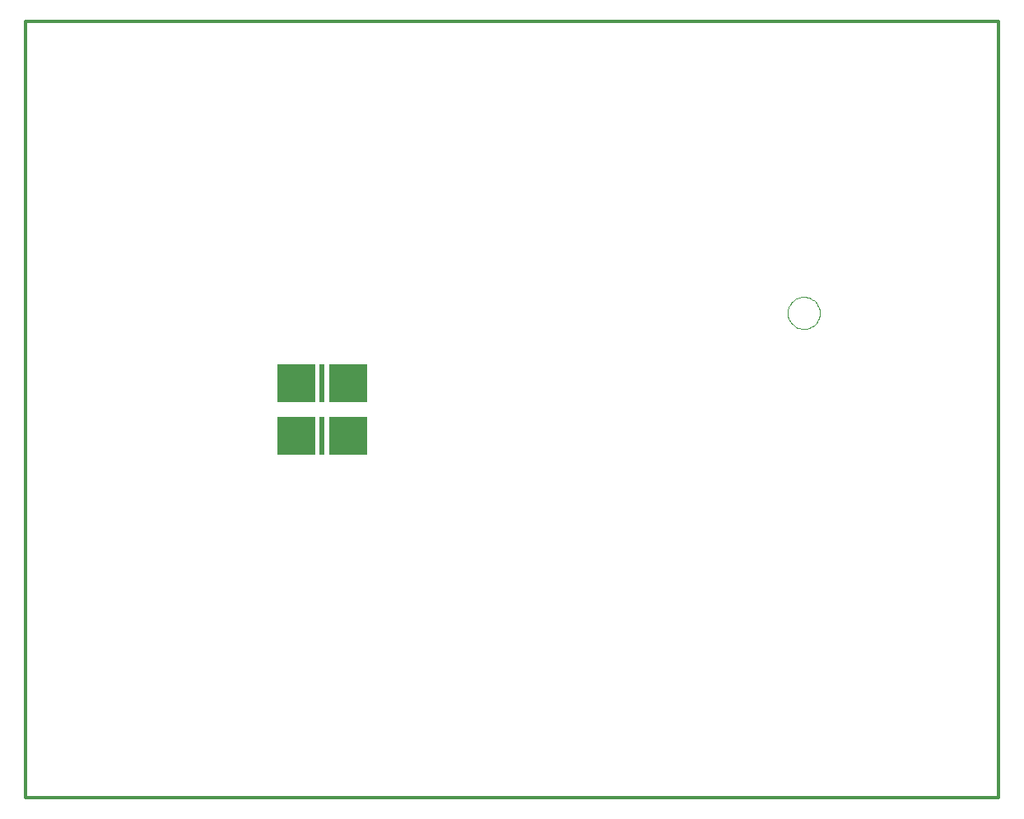
<source format=gbp>
G75*
%MOIN*%
%OFA0B0*%
%FSLAX24Y24*%
%IPPOS*%
%LPD*%
%AMOC8*
5,1,8,0,0,1.08239X$1,22.5*
%
%ADD10C,0.0120*%
%ADD11R,0.1575X0.1575*%
%ADD12R,0.0236X0.1575*%
%ADD13C,0.0000*%
D10*
X013160Y000220D02*
X013160Y031716D01*
X052530Y031716D01*
X052530Y000220D01*
X013160Y000220D01*
D11*
X024117Y014905D03*
X026204Y014905D03*
X026204Y017031D03*
X024117Y017031D03*
D12*
X025160Y017031D03*
X025160Y014905D03*
D13*
X044010Y019883D02*
X044012Y019933D01*
X044018Y019983D01*
X044028Y020033D01*
X044041Y020081D01*
X044058Y020129D01*
X044079Y020175D01*
X044103Y020219D01*
X044131Y020261D01*
X044162Y020301D01*
X044196Y020338D01*
X044233Y020373D01*
X044272Y020404D01*
X044313Y020433D01*
X044357Y020458D01*
X044403Y020480D01*
X044450Y020498D01*
X044498Y020512D01*
X044547Y020523D01*
X044597Y020530D01*
X044647Y020533D01*
X044698Y020532D01*
X044748Y020527D01*
X044798Y020518D01*
X044846Y020506D01*
X044894Y020489D01*
X044940Y020469D01*
X044985Y020446D01*
X045028Y020419D01*
X045068Y020389D01*
X045106Y020356D01*
X045141Y020320D01*
X045174Y020281D01*
X045203Y020240D01*
X045229Y020197D01*
X045252Y020152D01*
X045271Y020105D01*
X045286Y020057D01*
X045298Y020008D01*
X045306Y019958D01*
X045310Y019908D01*
X045310Y019858D01*
X045306Y019808D01*
X045298Y019758D01*
X045286Y019709D01*
X045271Y019661D01*
X045252Y019614D01*
X045229Y019569D01*
X045203Y019526D01*
X045174Y019485D01*
X045141Y019446D01*
X045106Y019410D01*
X045068Y019377D01*
X045028Y019347D01*
X044985Y019320D01*
X044940Y019297D01*
X044894Y019277D01*
X044846Y019260D01*
X044798Y019248D01*
X044748Y019239D01*
X044698Y019234D01*
X044647Y019233D01*
X044597Y019236D01*
X044547Y019243D01*
X044498Y019254D01*
X044450Y019268D01*
X044403Y019286D01*
X044357Y019308D01*
X044313Y019333D01*
X044272Y019362D01*
X044233Y019393D01*
X044196Y019428D01*
X044162Y019465D01*
X044131Y019505D01*
X044103Y019547D01*
X044079Y019591D01*
X044058Y019637D01*
X044041Y019685D01*
X044028Y019733D01*
X044018Y019783D01*
X044012Y019833D01*
X044010Y019883D01*
M02*

</source>
